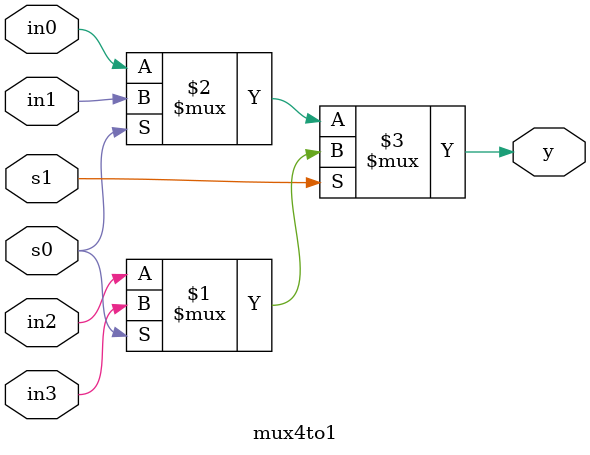
<source format=sv>
`timescale 1ns / 1ps


module mux4to1( input logic in3, in2, in1, in0, s1, s0,
                output logic y);
    assign y = s1 ? (s0 ? in3 : in2) : (s0 ? in1 : in0);
endmodule

</source>
